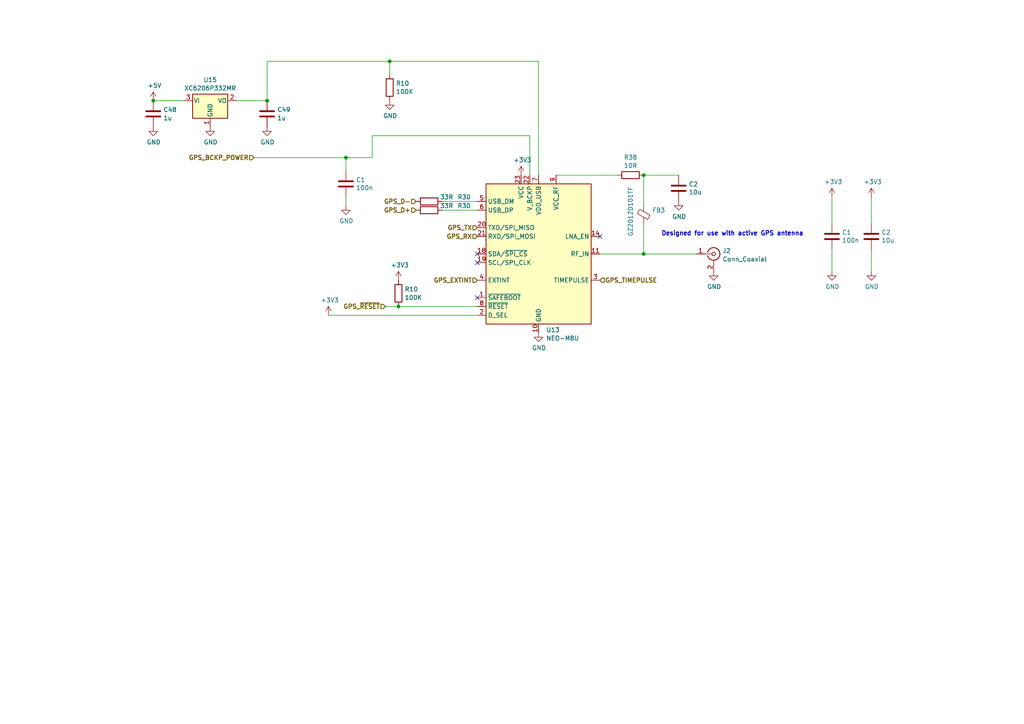
<source format=kicad_sch>
(kicad_sch (version 20230121) (generator eeschema)
  (paper "A4")
  (lib_symbols
    (symbol "Connector:Conn_Coaxial" (pin_names (offset 1.016) hide)
      (property "Reference" "J" (at 0.254 3.048 0))
      (property "Value" "Conn_Coaxial" (at 2.921 0 90))
      (symbol "Conn_Coaxial_0_1"
        (arc (start -1.778 -0.508) (mid 0.2311 -1.8066) (end 1.778 0) (stroke (width 0.254)))
        (polyline (pts (xy -2.54 0) (xy -0.508 0)))
        (polyline (pts (xy 0 -2.54) (xy 0 -1.778)))
        (circle (center 0 0) (radius 0.508) (stroke (width 0.2032)))
        (arc (start 1.778 0) (mid 0.2099 1.8101) (end -1.778 0.508) (stroke (width 0.254)))
      )
      (symbol "Conn_Coaxial_1_1"
        (pin passive line (at -5.08 0 0) (length 2.54) (name "In") (number "1"))
        (pin passive line (at 0 -5.08 90) (length 2.54) (name "Ext") (number "2"))
      )
    )
    (symbol "Device:C" (pin_numbers hide) (pin_names (offset 0.254))
      (property "Reference" "C" (at 0.635 2.54 0))
      (property "Value" "C" (at 0.635 -2.54 0))
      (symbol "C_0_1"
        (polyline (pts (xy -2.032 -0.762) (xy 2.032 -0.762)) (stroke (width 0.508)))
        (polyline (pts (xy -2.032 0.762) (xy 2.032 0.762)) (stroke (width 0.508)))
      )
      (symbol "C_1_1"
        (pin passive line (at 0 3.81 270) (length 2.794) (name "~") (number "1"))
        (pin passive line (at 0 -3.81 90) (length 2.794) (name "~") (number "2"))
      )
    )
    (symbol "Device:FerriteBead_Small" (pin_numbers hide) (pin_names (offset 0))
      (property "Reference" "FB" (at 1.905 1.27 0))
      (property "Value" "FerriteBead_Small" (at 1.905 -1.27 0))
      (symbol "FerriteBead_Small_0_1"
        (polyline (pts (xy 0 -1.27) (xy 0 -0.7874)))
        (polyline (pts (xy 0 0.889) (xy 0 1.2954)))
        (polyline (pts (xy -1.8288 0.2794) (xy -1.1176 1.4986) (xy 1.8288 -0.2032) (xy 1.1176 -1.4224) (xy -1.8288 0.2794)))
      )
      (symbol "FerriteBead_Small_1_1"
        (pin passive line (at 0 2.54 270) (length 1.27) (name "~") (number "1"))
        (pin passive line (at 0 -2.54 90) (length 1.27) (name "~") (number "2"))
      )
    )
    (symbol "Device:R" (pin_numbers hide) (pin_names (offset 0))
      (property "Reference" "R" (at 2.032 0 90))
      (property "Value" "R" (at 0 0 90))
      (symbol "R_0_1"
        (rectangle (start -1.016 -2.54) (end 1.016 2.54) (stroke (width 0.254)))
      )
      (symbol "R_1_1"
        (pin passive line (at 0 3.81 270) (length 1.27) (name "~") (number "1"))
        (pin passive line (at 0 -3.81 90) (length 1.27) (name "~") (number "2"))
      )
    )
    (symbol "RF_GPS:NEO-M8N"
      (property "Reference" "U" (at -13.97 21.59 0))
      (property "Value" "NEO-M8N" (at 11.43 21.59 0))
      (symbol "NEO-M8N_0_1"
        (rectangle (start -15.24 20.32) (end 15.24 -20.32) (stroke (width 0.254)) (fill (type background)))
      )
      (symbol "NEO-M8N_1_1"
        (pin input line (at -17.78 -12.7 0) (length 2.54) (name "~{SAFEBOOT}") (number "1"))
        (pin power_in line (at 0 -22.86 90) (length 2.54) (name "GND") (number "10"))
        (pin input line (at 17.78 0 180) (length 2.54) (name "RF_IN") (number "11"))
        (pin passive line (at 0 -22.86 90) (length 2.54) hide (name "GND") (number "12"))
        (pin passive line (at 0 -22.86 90) (length 2.54) hide (name "GND") (number "13"))
        (pin output line (at 17.78 5.08 180) (length 2.54) (name "LNA_EN") (number "14"))
        (pin no_connect line (at 15.24 -10.16 180) (length 2.54) hide (name "RESERVED") (number "15"))
        (pin no_connect line (at 15.24 -12.7 180) (length 2.54) hide (name "RESERVED") (number "16"))
        (pin no_connect line (at 15.24 -15.24 180) (length 2.54) hide (name "RESERVED") (number "17"))
        (pin bidirectional line (at -17.78 0 0) (length 2.54) (name "SDA/~{SPI_CS}") (number "18"))
        (pin input line (at -17.78 -2.54 0) (length 2.54) (name "SCL/SPI_CLK") (number "19"))
        (pin input line (at -17.78 -17.78 0) (length 2.54) (name "D_SEL") (number "2"))
        (pin output line (at -17.78 7.62 0) (length 2.54) (name "TXD/SPI_MISO") (number "20"))
        (pin input line (at -17.78 5.08 0) (length 2.54) (name "RXD/SPI_MOSI") (number "21"))
        (pin power_in line (at -2.54 22.86 270) (length 2.54) (name "V_BCKP") (number "22"))
        (pin power_in line (at -5.08 22.86 270) (length 2.54) (name "VCC") (number "23"))
        (pin passive line (at 0 -22.86 90) (length 2.54) hide (name "GND") (number "24"))
        (pin output line (at 17.78 -7.62 180) (length 2.54) (name "TIMEPULSE") (number "3"))
        (pin input line (at -17.78 -7.62 0) (length 2.54) (name "EXTINT") (number "4"))
        (pin bidirectional line (at -17.78 15.24 0) (length 2.54) (name "USB_DM") (number "5"))
        (pin bidirectional line (at -17.78 12.7 0) (length 2.54) (name "USB_DP") (number "6"))
        (pin power_in line (at 0 22.86 270) (length 2.54) (name "VDD_USB") (number "7"))
        (pin input line (at -17.78 -15.24 0) (length 2.54) (name "~{RESET}") (number "8"))
        (pin power_out line (at 5.08 22.86 270) (length 2.54) (name "VCC_RF") (number "9"))
      )
    )
    (symbol "Regulator_Linear:XC6206PxxxMR" (pin_names (offset 0.254))
      (property "Reference" "U" (at -3.81 3.175 0))
      (property "Value" "XC6206PxxxMR" (at 0 3.175 0))
      (symbol "XC6206PxxxMR_0_1"
        (rectangle (start -5.08 1.905) (end 5.08 -5.08) (stroke (width 0.254)) (fill (type background)))
      )
      (symbol "XC6206PxxxMR_1_1"
        (pin power_in line (at 0 -7.62 90) (length 2.54) (name "GND") (number "1"))
        (pin power_out line (at 7.62 0 180) (length 2.54) (name "VO") (number "2"))
        (pin power_in line (at -7.62 0 0) (length 2.54) (name "VI") (number "3"))
      )
    )
    (symbol "power:+3V3" (power) (pin_names (offset 0))
      (property "Value" "+3V3" (at 0 3.556 0))
      (symbol "+3V3_0_1"
        (polyline (pts (xy -0.762 1.27) (xy 0 2.54)))
        (polyline (pts (xy 0 0) (xy 0 2.54)))
        (polyline (pts (xy 0 2.54) (xy 0.762 1.27)))
      )
      (symbol "+3V3_1_1"
        (pin power_in line (at 0 0 90) (length 0) hide (name "+3V3") (number "1"))
      )
    )
    (symbol "power:+5V" (power) (pin_names (offset 0))
      (property "Value" "+5V" (at 0 3.556 0))
      (symbol "+5V_0_1"
        (polyline (pts (xy -0.762 1.27) (xy 0 2.54)))
        (polyline (pts (xy 0 0) (xy 0 2.54)))
        (polyline (pts (xy 0 2.54) (xy 0.762 1.27)))
      )
      (symbol "+5V_1_1"
        (pin power_in line (at 0 0 90) (length 0) hide (name "+5V") (number "1"))
      )
    )
    (symbol "power:GND" (power) (pin_names (offset 0))
      (property "Value" "GND" (at 0 -3.81 0))
      (symbol "GND_0_1"
        (polyline (pts (xy 0 0) (xy 0 -1.27) (xy 1.27 -1.27) (xy 0 -2.54) (xy -1.27 -1.27) (xy 0 -1.27)))
      )
      (symbol "GND_1_1"
        (pin power_in line (at 0 0 270) (length 0) hide (name "GND") (number "1"))
      )
    )
  )
  (junction (at 77.47 29.21))
  (junction (at 186.69 50.8))
  (junction (at 115.57 88.9))
  (junction (at 44.45 29.21))
  (junction (at 113.03 17.78))
  (junction (at 100.33 45.72))
  (junction (at 186.69 73.66))
  (no_connect (at 173.99 68.58))
  (no_connect (at 138.43 73.66))
  (no_connect (at 138.43 86.36))
  (no_connect (at 138.43 76.2))
  (wire (pts (xy 241.3 72.39) (xy 241.3 78.74)))
  (wire (pts (xy 113.03 17.78) (xy 113.03 21.59)))
  (wire (pts (xy 113.03 17.78) (xy 156.21 17.78)))
  (wire (pts (xy 252.73 57.15) (xy 252.73 64.77)))
  (wire (pts (xy 73.66 45.72) (xy 100.33 45.72)))
  (wire (pts (xy 186.69 50.8) (xy 186.69 59.69)))
  (wire (pts (xy 186.69 73.66) (xy 173.99 73.66)))
  (wire (pts (xy 156.21 17.78) (xy 156.21 50.8)))
  (wire (pts (xy 100.33 45.72) (xy 107.95 45.72)))
  (wire (pts (xy 44.45 29.21) (xy 53.34 29.21)))
  (wire (pts (xy 107.95 39.37) (xy 107.95 45.72)))
  (wire (pts (xy 100.33 49.53) (xy 100.33 45.72)))
  (wire (pts (xy 153.67 39.37) (xy 107.95 39.37)))
  (wire (pts (xy 95.25 91.44) (xy 138.43 91.44)))
  (wire (pts (xy 186.69 50.8) (xy 196.85 50.8)))
  (wire (pts (xy 100.33 59.69) (xy 100.33 57.15)))
  (wire (pts (xy 111.76 88.9) (xy 115.57 88.9)))
  (wire (pts (xy 128.27 58.42) (xy 138.43 58.42)))
  (wire (pts (xy 77.47 17.78) (xy 113.03 17.78)))
  (wire (pts (xy 186.69 64.77) (xy 186.69 73.66)))
  (wire (pts (xy 241.3 64.77) (xy 241.3 57.15)))
  (wire (pts (xy 128.27 60.96) (xy 138.43 60.96)))
  (wire (pts (xy 153.67 39.37) (xy 153.67 50.8)))
  (wire (pts (xy 77.47 29.21) (xy 77.47 17.78)))
  (wire (pts (xy 186.69 73.66) (xy 201.93 73.66)))
  (wire (pts (xy 252.73 72.39) (xy 252.73 78.74)))
  (wire (pts (xy 68.58 29.21) (xy 77.47 29.21)))
  (wire (pts (xy 161.29 50.8) (xy 179.07 50.8)))
  (wire (pts (xy 115.57 88.9) (xy 138.43 88.9)))
  (text "Designed for use with active GPS antenna" (at 191.77 68.58 0) (effects (font (size 1.27 1.27) bold) (justify left bottom)))
  (hierarchical_label "GPS_~{RESET}" (shape input) (at 111.76 88.9 180) (effects (font bold)))
  (hierarchical_label "GPS_D+" (shape input) (at 120.65 60.96 180) (effects (font bold)))
  (hierarchical_label "GPS_D-" (shape input) (at 120.65 58.42 180) (effects (font (thickness 0.254) bold)))
  (hierarchical_label "GPS_RX" (shape input) (at 138.43 68.58 180) (effects (font bold)))
  (hierarchical_label "GPS_BCKP_POWER" (shape input) (at 73.66 45.72 180) (effects (font bold)))
  (hierarchical_label "GPS_TX" (shape input) (at 138.43 66.04 180) (effects (font bold)))
  (hierarchical_label "GPS_EXTINT" (shape input) (at 138.43 81.28 180) (effects (font bold)))
  (hierarchical_label "GPS_TIMEPULSE" (shape input) (at 173.99 81.28 0) (effects (font bold)))
  (symbol (lib_id "Device:R") (at 124.46 58.42 90) (unit 1)
    (property "Reference" "R30" (at 134.62 57.15 90))
    (property "Value" "33R" (at 129.54 57.15 90))
    (property "Footprint" "Resistor_SMD:R_0603_1608Metric" (effects hide))
    (property "LCSC" "C23140" (effects hide))
    (instances (project "IMUnav_H00" (path "" (reference "R30") (unit 1)) (path "" (reference "R32") (unit 1))))
  )
  (symbol (lib_id "power:GND") (at 252.73 78.74 0) (unit 1)
    (property "Reference" "#PWR06" (effects hide))
    (property "Value" "GND" (at 252.857 83.1342 0))
    (instances (project "IMUnav_H00" (path "" (reference "#PWR06") (unit 1)) (path "" (reference "#PWR0142") (unit 1))) (project "PaLampa_MoBo_H01" (path "" (reference "#PWR?") (unit 1))))
  )
  (symbol (lib_id "Device:FerriteBead_Small") (at 186.69 62.23 0) (unit 1)
    (property "Reference" "FB3" (at 189.1538 60.9798 0) (effects (justify left)))
    (property "Value" "GZ2012D101TF" (at 182.88 68.58 90) (effects (justify left)))
    (property "Footprint" "Resistor_SMD:R_0805_2012Metric" (effects hide))
    (property "LCSC" "C1015" (effects hide))
    (instances (project "IMUnav_H00" (path "" (reference "FB3") (unit 1)) (path "" (reference "FB4") (unit 1))))
  )
  (symbol (lib_id "Connector:Conn_Coaxial") (at 207.01 73.66 0) (unit 1)
    (property "Reference" "J2" (at 209.5501 72.7411 0) (effects (justify left)))
    (property "Value" "Conn_Coaxial" (at 209.5501 75.1653 0) (effects (justify left)))
    (property "Datasheet" " ~" (effects hide))
  )
  (symbol (lib_id "power:GND") (at 113.03 29.21 0) (unit 1)
    (property "Reference" "#PWR04" (effects hide))
    (property "Value" "GND" (at 113.157 33.6042 0))
    (instances (project "IMUnav_H00" (path "" (reference "#PWR04") (unit 1)) (path "" (reference "#PWR0149") (unit 1))) (project "PaLampa_MoBo_H01" (path "" (reference "#PWR?") (unit 1))))
  )
  (symbol (lib_id "power:GND") (at 156.21 96.52 0) (unit 1)
    (property "Reference" "#PWR04" (effects hide))
    (property "Value" "GND" (at 156.337 100.9142 0))
    (instances (project "IMUnav_H00" (path "" (reference "#PWR04") (unit 1)) (path "" (reference "#PWR0143") (unit 1))) (project "PaLampa_MoBo_H01" (path "" (reference "#PWR?") (unit 1))))
  )
  (symbol (lib_id "Device:C") (at 100.33 53.34 0) (unit 1)
    (property "Reference" "C1" (at 103.251 52.1716 0) (effects (justify left)))
    (property "Value" "100n" (at 103.251 54.483 0) (effects (justify left)))
    (property "Footprint" "Capacitor_SMD:C_0603_1608Metric" (effects hide))
    (property "LCSC" "C14663" (effects hide))
    (instances (project "IMUnav_H00" (path "" (reference "C1") (unit 1)) (path "" (reference "C53") (unit 1))) (project "PaLampa_MoBo_H01" (path "" (reference "C?") (unit 1))))
  )
  (symbol (lib_id "power:+3V3") (at 95.25 91.44 0) (unit 1)
    (property "Reference" "#PWR03" (effects hide))
    (property "Value" "+3V3" (at 95.631 87.0458 0))
    (instances (project "IMUnav_H00" (path "" (reference "#PWR03") (unit 1)) (path "" (reference "#PWR0150") (unit 1))) (project "PaLampa_MoBo_H01" (path "" (reference "#PWR?") (unit 1))))
  )
  (symbol (lib_id "power:+3V3") (at 151.13 50.8 0) (unit 1)
    (property "Reference" "#PWR03" (effects hide))
    (property "Value" "+3V3" (at 151.511 46.4058 0))
    (instances (project "IMUnav_H00" (path "" (reference "#PWR03") (unit 1)) (path "" (reference "#PWR0148") (unit 1))) (project "PaLampa_MoBo_H01" (path "" (reference "#PWR?") (unit 1))))
  )
  (symbol (lib_id "Device:C") (at 196.85 54.61 0) (unit 1)
    (property "Reference" "C2" (at 199.771 53.4416 0) (effects (justify left)))
    (property "Value" "10u" (at 199.771 55.753 0) (effects (justify left)))
    (property "Footprint" "Capacitor_SMD:C_0805_2012Metric" (effects hide))
    (property "LCSC" "C15850" (effects hide))
    (instances (project "IMUnav_H00" (path "" (reference "C2") (unit 1)) (path "" (reference "C52") (unit 1))) (project "PaLampa_MoBo_H01" (path "" (reference "C?") (unit 1))))
  )
  (symbol (lib_id "Device:R") (at 115.57 85.09 0) (unit 1)
    (property "Reference" "R10" (at 117.348 83.8779 0) (effects (justify left)))
    (property "Value" "100K" (at 117.348 86.3021 0) (effects (justify left)))
    (property "Footprint" "Resistor_SMD:R_0603_1608Metric" (effects hide))
    (property "LCSC" "C25803" (effects hide))
    (instances (project "IMUnav_H00" (path "" (reference "R10") (unit 1)) (path "" (reference "R37") (unit 1))))
  )
  (symbol (lib_id "power:GND") (at 100.33 59.69 0) (unit 1)
    (property "Reference" "#PWR04" (effects hide))
    (property "Value" "GND" (at 100.457 64.0842 0))
    (instances (project "IMUnav_H00" (path "" (reference "#PWR04") (unit 1)) (path "" (reference "#PWR0157") (unit 1))) (project "PaLampa_MoBo_H01" (path "" (reference "#PWR?") (unit 1))))
  )
  (symbol (lib_id "Device:R") (at 182.88 50.8 90) (unit 1)
    (property "Reference" "R38" (at 182.88 45.6397 90))
    (property "Value" "10R" (at 182.88 48.0639 90))
    (property "Footprint" "Resistor_SMD:R_0603_1608Metric" (effects hide))
    (property "LCSC" "C22859" (effects hide))
  )
  (symbol (lib_id "RF_GPS:NEO-M8N") (at 156.21 73.66 0) (unit 1)
    (property "Reference" "U13" (at 158.4041 95.7001 0) (effects (justify left)))
    (property "Value" "NEO-M8U" (at 158.4041 98.1243 0) (effects (justify left)))
    (property "Footprint" "RF_GPS:ublox_NEO" (effects hide))
    (property "Datasheet" "https://content.u-blox.com/sites/default/files/NEO-M8U_DataSheet_UBX-15015679.pdf" (effects hide))
  )
  (symbol (lib_id "Device:R") (at 113.03 25.4 0) (unit 1)
    (property "Reference" "R10" (at 114.808 24.1879 0) (effects (justify left)))
    (property "Value" "100K" (at 114.808 26.6121 0) (effects (justify left)))
    (property "Footprint" "Resistor_SMD:R_0603_1608Metric" (effects hide))
    (property "LCSC" "C25803" (effects hide))
    (instances (project "IMUnav_H00" (path "" (reference "R10") (unit 1)) (path "" (reference "R36") (unit 1))))
  )
  (symbol (lib_id "power:GND") (at 77.47 36.83 0) (unit 1)
    (property "Reference" "#PWR04" (effects hide))
    (property "Value" "GND" (at 77.597 41.2242 0))
    (instances (project "IMUnav_H00" (path "" (reference "#PWR04") (unit 1)) (path "" (reference "#PWR0144") (unit 1))) (project "PaLampa_MoBo_H01" (path "" (reference "#PWR?") (unit 1))))
  )
  (symbol (lib_id "power:GND") (at 60.96 36.83 0) (unit 1)
    (property "Reference" "#PWR04" (effects hide))
    (property "Value" "GND" (at 61.087 41.2242 0))
    (instances (project "IMUnav_H00" (path "" (reference "#PWR04") (unit 1)) (path "" (reference "#PWR0145") (unit 1))) (project "PaLampa_MoBo_H01" (path "" (reference "#PWR?") (unit 1))))
  )
  (symbol (lib_id "Regulator_Linear:XC6206PxxxMR") (at 60.96 29.21 0) (unit 1)
    (property "Reference" "U15" (at 60.96 23.1607 0))
    (property "Value" "XC6206P332MR" (at 60.96 25.5849 0))
    (property "Footprint" "Package_TO_SOT_SMD:SOT-23-3" (effects hide))
    (property "Datasheet" "https://www.torexsemi.com/file/xc6206/XC6206.pdf" (effects hide))
    (property "LCSC" "C5446" (effects hide))
  )
  (symbol (lib_id "Device:C") (at 44.45 33.02 0) (unit 1)
    (property "Reference" "C48" (at 47.371 31.8079 0) (effects (justify left)))
    (property "Value" "1u" (at 47.371 34.2321 0) (effects (justify left)))
    (property "Footprint" "Capacitor_SMD:C_0603_1608Metric" (effects hide))
    (property "LCSC" "C15849" (effects hide))
  )
  (symbol (lib_id "Device:C") (at 252.73 68.58 0) (unit 1)
    (property "Reference" "C2" (at 255.651 67.4116 0) (effects (justify left)))
    (property "Value" "10u" (at 255.651 69.723 0) (effects (justify left)))
    (property "Footprint" "Capacitor_SMD:C_0805_2012Metric" (effects hide))
    (property "LCSC" "C15850" (effects hide))
    (instances (project "IMUnav_H00" (path "" (reference "C2") (unit 1)) (path "" (reference "C47") (unit 1))) (project "PaLampa_MoBo_H01" (path "" (reference "C?") (unit 1))))
  )
  (symbol (lib_id "power:GND") (at 44.45 36.83 0) (unit 1)
    (property "Reference" "#PWR04" (effects hide))
    (property "Value" "GND" (at 44.577 41.2242 0))
    (instances (project "IMUnav_H00" (path "" (reference "#PWR04") (unit 1)) (path "" (reference "#PWR0146") (unit 1))) (project "PaLampa_MoBo_H01" (path "" (reference "#PWR?") (unit 1))))
  )
  (symbol (lib_id "Device:C") (at 241.3 68.58 0) (unit 1)
    (property "Reference" "C1" (at 244.221 67.4116 0) (effects (justify left)))
    (property "Value" "100n" (at 244.221 69.723 0) (effects (justify left)))
    (property "Footprint" "Capacitor_SMD:C_0603_1608Metric" (effects hide))
    (property "LCSC" "C14663" (effects hide))
    (instances (project "IMUnav_H00" (path "" (reference "C1") (unit 1)) (path "" (reference "C46") (unit 1))) (project "PaLampa_MoBo_H01" (path "" (reference "C?") (unit 1))))
  )
  (symbol (lib_id "power:GND") (at 207.01 78.74 0) (unit 1)
    (property "Reference" "#PWR04" (effects hide))
    (property "Value" "GND" (at 207.137 83.1342 0))
    (instances (project "IMUnav_H00" (path "" (reference "#PWR04") (unit 1)) (path "" (reference "#PWR0152") (unit 1))) (project "PaLampa_MoBo_H01" (path "" (reference "#PWR?") (unit 1))))
  )
  (symbol (lib_id "Device:C") (at 77.47 33.02 0) (unit 1)
    (property "Reference" "C49" (at 80.391 31.8079 0) (effects (justify left)))
    (property "Value" "1u" (at 80.391 34.2321 0) (effects (justify left)))
    (property "Footprint" "Capacitor_SMD:C_0603_1608Metric" (effects hide))
    (property "LCSC" "C15849" (effects hide))
  )
  (symbol (lib_id "power:+3V3") (at 241.3 57.15 0) (unit 1)
    (property "Reference" "#PWR03" (effects hide))
    (property "Value" "+3V3" (at 241.681 52.7558 0))
    (instances (project "IMUnav_H00" (path "" (reference "#PWR03") (unit 1)) (path "" (reference "#PWR0139") (unit 1))) (project "PaLampa_MoBo_H01" (path "" (reference "#PWR?") (unit 1))))
  )
  (symbol (lib_id "power:GND") (at 196.85 58.42 0) (unit 1)
    (property "Reference" "#PWR04" (effects hide))
    (property "Value" "GND" (at 196.977 62.8142 0))
    (instances (project "IMUnav_H00" (path "" (reference "#PWR04") (unit 1)) (path "" (reference "#PWR0156") (unit 1))) (project "PaLampa_MoBo_H01" (path "" (reference "#PWR?") (unit 1))))
  )
  (symbol (lib_id "power:+5V") (at 44.45 29.21 0) (unit 1)
    (property "Reference" "#PWR028" (effects hide))
    (property "Value" "+5V" (at 44.831 24.8158 0))
    (instances (project "IMUnav_H00" (path "" (reference "#PWR028") (unit 1)) (path "" (reference "#PWR0147") (unit 1))) (project "PaLampa_MoBo_H01" (path "" (reference "#PWR?") (unit 1))))
  )
  (symbol (lib_id "power:+3V3") (at 252.73 57.15 0) (unit 1)
    (property "Reference" "#PWR05" (effects hide))
    (property "Value" "+3V3" (at 253.111 52.7558 0))
    (instances (project "IMUnav_H00" (path "" (reference "#PWR05") (unit 1)) (path "" (reference "#PWR0141") (unit 1))) (project "PaLampa_MoBo_H01" (path "" (reference "#PWR?") (unit 1))))
  )
  (symbol (lib_id "power:GND") (at 241.3 78.74 0) (unit 1)
    (property "Reference" "#PWR04" (effects hide))
    (property "Value" "GND" (at 241.427 83.1342 0))
    (instances (project "IMUnav_H00" (path "" (reference "#PWR04") (unit 1)) (path "" (reference "#PWR0140") (unit 1))) (project "PaLampa_MoBo_H01" (path "" (reference "#PWR?") (unit 1))))
  )
  (symbol (lib_id "Device:R") (at 124.46 60.96 90) (unit 1)
    (property "Reference" "R30" (at 134.62 59.69 90))
    (property "Value" "33R" (at 129.54 59.69 90))
    (property "Footprint" "Resistor_SMD:R_0603_1608Metric" (effects hide))
    (property "LCSC" "C23140" (effects hide))
    (instances (project "IMUnav_H00" (path "" (reference "R30") (unit 1)) (path "" (reference "R33") (unit 1))))
  )
  (symbol (lib_id "power:+3V3") (at 115.57 81.28 0) (unit 1)
    (property "Reference" "#PWR03" (effects hide))
    (property "Value" "+3V3" (at 115.951 76.8858 0))
    (instances (project "IMUnav_H00" (path "" (reference "#PWR03") (unit 1)) (path "" (reference "#PWR0151") (unit 1))) (project "PaLampa_MoBo_H01" (path "" (reference "#PWR?") (unit 1))))
  )
)
</source>
